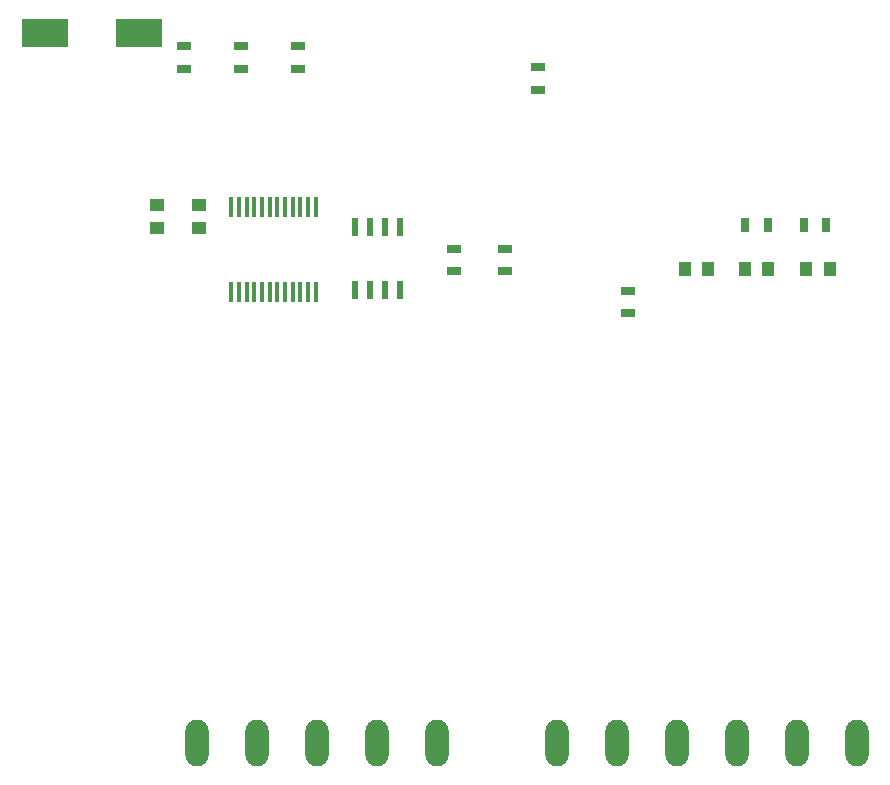
<source format=gtp>
G04 #@! TF.FileFunction,Paste,Top*
%FSLAX46Y46*%
G04 Gerber Fmt 4.6, Leading zero omitted, Abs format (unit mm)*
G04 Created by KiCad (PCBNEW 4.0.7-e2-6376~58~ubuntu16.04.1) date Sun May 13 22:13:39 2018*
%MOMM*%
%LPD*%
G01*
G04 APERTURE LIST*
%ADD10C,0.100000*%
%ADD11R,4.000500X2.400300*%
%ADD12R,1.250000X1.000000*%
%ADD13R,1.300000X0.700000*%
%ADD14R,0.450000X1.750000*%
%ADD15R,1.000000X1.250000*%
%ADD16R,0.700000X1.300000*%
%ADD17R,0.600000X1.550000*%
%ADD18O,1.981200X3.962400*%
G04 APERTURE END LIST*
D10*
D11*
X108521500Y-66230500D03*
X100520500Y-66230500D03*
D12*
X109982000Y-80788000D03*
X109982000Y-82788000D03*
X113538000Y-80788000D03*
X113538000Y-82788000D03*
D13*
X139446000Y-86421000D03*
X139446000Y-84521000D03*
X135128000Y-86421000D03*
X135128000Y-84521000D03*
X121920000Y-69276000D03*
X121920000Y-67376000D03*
X117094000Y-69276000D03*
X117094000Y-67376000D03*
X112268000Y-69276000D03*
X112268000Y-67376000D03*
D14*
X116313000Y-88182000D03*
X116963000Y-88182000D03*
X117613000Y-88182000D03*
X118263000Y-88182000D03*
X118913000Y-88182000D03*
X119563000Y-88182000D03*
X120213000Y-88182000D03*
X120863000Y-88182000D03*
X121513000Y-88182000D03*
X122163000Y-88182000D03*
X122813000Y-88182000D03*
X123463000Y-88182000D03*
X123463000Y-80982000D03*
X122813000Y-80982000D03*
X122163000Y-80982000D03*
X121513000Y-80982000D03*
X120863000Y-80982000D03*
X120213000Y-80982000D03*
X119563000Y-80982000D03*
X118913000Y-80982000D03*
X118263000Y-80982000D03*
X117613000Y-80982000D03*
X116963000Y-80982000D03*
X116313000Y-80982000D03*
D15*
X154702000Y-86233000D03*
X156702000Y-86233000D03*
X159782000Y-86233000D03*
X161782000Y-86233000D03*
X164989000Y-86233000D03*
X166989000Y-86233000D03*
D13*
X149860000Y-89977000D03*
X149860000Y-88077000D03*
D16*
X161732000Y-82550000D03*
X159832000Y-82550000D03*
X164785000Y-82550000D03*
X166685000Y-82550000D03*
D17*
X126746000Y-88044000D03*
X128016000Y-88044000D03*
X129286000Y-88044000D03*
X130556000Y-88044000D03*
X130556000Y-82644000D03*
X129286000Y-82644000D03*
X128016000Y-82644000D03*
X126746000Y-82644000D03*
D13*
X142240000Y-69154000D03*
X142240000Y-71054000D03*
D18*
X113411000Y-126365000D03*
X118491000Y-126365000D03*
X123571000Y-126365000D03*
X128651000Y-126365000D03*
X133731000Y-126365000D03*
X143891000Y-126365000D03*
X148971000Y-126365000D03*
X154051000Y-126365000D03*
X159131000Y-126365000D03*
X164211000Y-126365000D03*
X169291000Y-126365000D03*
M02*

</source>
